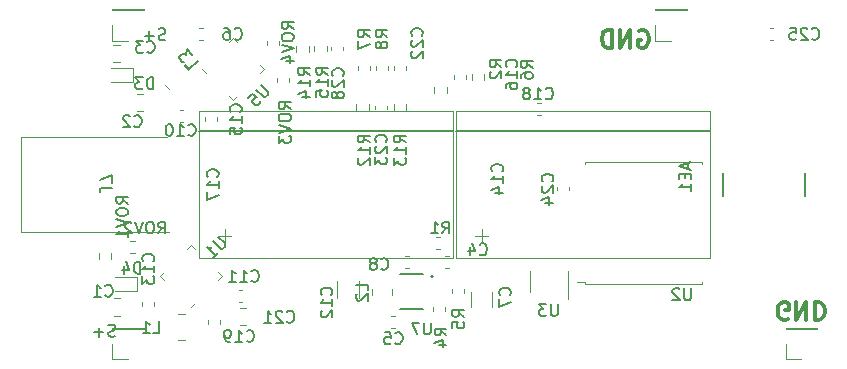
<source format=gbr>
%TF.GenerationSoftware,KiCad,Pcbnew,(5.1.12)-1*%
%TF.CreationDate,2021-11-29T20:05:01-07:00*%
%TF.ProjectId,SolarGPS,536f6c61-7247-4505-932e-6b696361645f,rev?*%
%TF.SameCoordinates,Original*%
%TF.FileFunction,Legend,Bot*%
%TF.FilePolarity,Positive*%
%FSLAX46Y46*%
G04 Gerber Fmt 4.6, Leading zero omitted, Abs format (unit mm)*
G04 Created by KiCad (PCBNEW (5.1.12)-1) date 2021-11-29 20:05:01*
%MOMM*%
%LPD*%
G01*
G04 APERTURE LIST*
%ADD10C,0.200000*%
%ADD11C,0.300000*%
%ADD12C,0.120000*%
%ADD13C,0.127000*%
%ADD14C,0.150000*%
G04 APERTURE END LIST*
D10*
X51904761Y-76354761D02*
X51761904Y-76402380D01*
X51523809Y-76402380D01*
X51428571Y-76354761D01*
X51380952Y-76307142D01*
X51333333Y-76211904D01*
X51333333Y-76116666D01*
X51380952Y-76021428D01*
X51428571Y-75973809D01*
X51523809Y-75926190D01*
X51714285Y-75878571D01*
X51809523Y-75830952D01*
X51857142Y-75783333D01*
X51904761Y-75688095D01*
X51904761Y-75592857D01*
X51857142Y-75497619D01*
X51809523Y-75450000D01*
X51714285Y-75402380D01*
X51476190Y-75402380D01*
X51333333Y-75450000D01*
X50904761Y-76021428D02*
X50142857Y-76021428D01*
X50523809Y-76402380D02*
X50523809Y-75640476D01*
X56154761Y-51254761D02*
X56011904Y-51302380D01*
X55773809Y-51302380D01*
X55678571Y-51254761D01*
X55630952Y-51207142D01*
X55583333Y-51111904D01*
X55583333Y-51016666D01*
X55630952Y-50921428D01*
X55678571Y-50873809D01*
X55773809Y-50826190D01*
X55964285Y-50778571D01*
X56059523Y-50730952D01*
X56107142Y-50683333D01*
X56154761Y-50588095D01*
X56154761Y-50492857D01*
X56107142Y-50397619D01*
X56059523Y-50350000D01*
X55964285Y-50302380D01*
X55726190Y-50302380D01*
X55583333Y-50350000D01*
X55154761Y-50921428D02*
X54392857Y-50921428D01*
X54773809Y-51302380D02*
X54773809Y-50540476D01*
D11*
X96242857Y-50500000D02*
X96385714Y-50428571D01*
X96600000Y-50428571D01*
X96814285Y-50500000D01*
X96957142Y-50642857D01*
X97028571Y-50785714D01*
X97100000Y-51071428D01*
X97100000Y-51285714D01*
X97028571Y-51571428D01*
X96957142Y-51714285D01*
X96814285Y-51857142D01*
X96600000Y-51928571D01*
X96457142Y-51928571D01*
X96242857Y-51857142D01*
X96171428Y-51785714D01*
X96171428Y-51285714D01*
X96457142Y-51285714D01*
X95528571Y-51928571D02*
X95528571Y-50428571D01*
X94671428Y-51928571D01*
X94671428Y-50428571D01*
X93957142Y-51928571D02*
X93957142Y-50428571D01*
X93600000Y-50428571D01*
X93385714Y-50500000D01*
X93242857Y-50642857D01*
X93171428Y-50785714D01*
X93100000Y-51071428D01*
X93100000Y-51285714D01*
X93171428Y-51571428D01*
X93242857Y-51714285D01*
X93385714Y-51857142D01*
X93600000Y-51928571D01*
X93957142Y-51928571D01*
X108847142Y-74900000D02*
X108704285Y-74971428D01*
X108490000Y-74971428D01*
X108275714Y-74900000D01*
X108132857Y-74757142D01*
X108061428Y-74614285D01*
X107990000Y-74328571D01*
X107990000Y-74114285D01*
X108061428Y-73828571D01*
X108132857Y-73685714D01*
X108275714Y-73542857D01*
X108490000Y-73471428D01*
X108632857Y-73471428D01*
X108847142Y-73542857D01*
X108918571Y-73614285D01*
X108918571Y-74114285D01*
X108632857Y-74114285D01*
X109561428Y-73471428D02*
X109561428Y-74971428D01*
X110418571Y-73471428D01*
X110418571Y-74971428D01*
X111132857Y-73471428D02*
X111132857Y-74971428D01*
X111490000Y-74971428D01*
X111704285Y-74900000D01*
X111847142Y-74757142D01*
X111918571Y-74614285D01*
X111990000Y-74328571D01*
X111990000Y-74114285D01*
X111918571Y-73828571D01*
X111847142Y-73685714D01*
X111704285Y-73542857D01*
X111490000Y-73471428D01*
X111132857Y-73471428D01*
D10*
%TO.C,C14*%
X102250000Y-59000000D02*
X80750000Y-59000000D01*
D12*
X102250000Y-69750000D02*
X80750000Y-69750000D01*
X102250000Y-57250000D02*
X102250000Y-69750000D01*
X80750000Y-57250000D02*
X102250000Y-57250000D01*
X80750000Y-69750000D02*
X80750000Y-57250000D01*
X83450000Y-67850000D02*
X82350000Y-67850000D01*
X82950000Y-68450000D02*
X82950000Y-67250000D01*
D13*
%TO.C,AE1*%
X110350000Y-62500000D02*
X110350000Y-64500000D01*
X103350000Y-62500000D02*
X103350000Y-64500000D01*
D12*
%TO.C,U2*%
X91690000Y-71960000D02*
X101610000Y-71960000D01*
X91690000Y-61640000D02*
X101610000Y-61640000D01*
X101610000Y-61790000D02*
X101610000Y-61640000D01*
X91690000Y-61790000D02*
X91690000Y-61640000D01*
X101610000Y-71960000D02*
X101610000Y-71810000D01*
X91690000Y-71960000D02*
X91690000Y-71810000D01*
X91000000Y-71810000D02*
X91690000Y-71810000D01*
%TO.C,C25*%
X107309420Y-51260000D02*
X107590580Y-51260000D01*
X107309420Y-50240000D02*
X107590580Y-50240000D01*
%TO.C,J7*%
X43920000Y-59500000D02*
X56250000Y-59500000D01*
X43920000Y-67500000D02*
X43920000Y-59500000D01*
X56500000Y-67500000D02*
X43920000Y-67500000D01*
%TO.C,C17*%
X61200000Y-68450000D02*
X61200000Y-67250000D01*
X61700000Y-67850000D02*
X60600000Y-67850000D01*
X59000000Y-69750000D02*
X59000000Y-57250000D01*
X59000000Y-57250000D02*
X80500000Y-57250000D01*
X80500000Y-57250000D02*
X80500000Y-69750000D01*
X80500000Y-69750000D02*
X59000000Y-69750000D01*
D10*
X80500000Y-59000000D02*
X59000000Y-59000000D01*
D12*
%TO.C,L3*%
X56130378Y-55050155D02*
X56499845Y-55419622D01*
X57700155Y-53480378D02*
X58069622Y-53849845D01*
%TO.C,L1*%
X57263748Y-76660000D02*
X57786252Y-76660000D01*
X57263748Y-74440000D02*
X57786252Y-74440000D01*
%TO.C,R6*%
X83172500Y-54162742D02*
X83172500Y-54637258D01*
X82127500Y-54162742D02*
X82127500Y-54637258D01*
%TO.C,R2*%
X79972500Y-55287742D02*
X79972500Y-55762258D01*
X78927500Y-55287742D02*
X78927500Y-55762258D01*
%TO.C,C16*%
X81610000Y-54259420D02*
X81610000Y-54540580D01*
X80590000Y-54259420D02*
X80590000Y-54540580D01*
%TO.C,C2*%
X53738748Y-55815000D02*
X54261252Y-55815000D01*
X53738748Y-57285000D02*
X54261252Y-57285000D01*
%TO.C,D4*%
X53750000Y-71350000D02*
X53750000Y-72550000D01*
X51900000Y-71350000D02*
X53750000Y-71350000D01*
X51900000Y-72550000D02*
X53750000Y-72550000D01*
%TO.C,D3*%
X53400000Y-53650000D02*
X53400000Y-54850000D01*
X51550000Y-53650000D02*
X53400000Y-53650000D01*
X51550000Y-54850000D02*
X53400000Y-54850000D01*
%TO.C,U5*%
X61514124Y-56044562D02*
X61850000Y-56380437D01*
X61850000Y-56380437D02*
X62185876Y-56044562D01*
X62185876Y-51455438D02*
X61850000Y-51119563D01*
X61850000Y-51119563D02*
X61514124Y-51455438D01*
X64144562Y-53414124D02*
X64480437Y-53750000D01*
X64480437Y-53750000D02*
X64144562Y-54085876D01*
X59555438Y-54085876D02*
X59219563Y-53750000D01*
%TO.C,ROV4*%
X65760000Y-51675279D02*
X65760000Y-51349721D01*
X64740000Y-51675279D02*
X64740000Y-51349721D01*
%TO.C,ROV3*%
X65640000Y-54474721D02*
X65640000Y-54800279D01*
X66660000Y-54474721D02*
X66660000Y-54800279D01*
%TO.C,R8*%
X75010000Y-53825279D02*
X75010000Y-53499721D01*
X73990000Y-53825279D02*
X73990000Y-53499721D01*
%TO.C,R7*%
X72440000Y-53499721D02*
X72440000Y-53825279D01*
X73460000Y-53499721D02*
X73460000Y-53825279D01*
%TO.C,C22*%
X76560000Y-53825279D02*
X76560000Y-53499721D01*
X75540000Y-53825279D02*
X75540000Y-53499721D01*
%TO.C,C21*%
X63021078Y-73990000D02*
X62503922Y-73990000D01*
X63021078Y-75410000D02*
X62503922Y-75410000D01*
%TO.C,C19*%
X60810000Y-75325279D02*
X60810000Y-74999721D01*
X59790000Y-75325279D02*
X59790000Y-74999721D01*
%TO.C,C15*%
X60560000Y-58125279D02*
X60560000Y-57799721D01*
X59540000Y-58125279D02*
X59540000Y-57799721D01*
%TO.C,C13*%
X55210000Y-73775279D02*
X55210000Y-73449721D01*
X54190000Y-73775279D02*
X54190000Y-73449721D01*
%TO.C,C6*%
X58987221Y-51260000D02*
X59312779Y-51260000D01*
X58987221Y-50240000D02*
X59312779Y-50240000D01*
%TO.C,C3*%
X52271078Y-51740000D02*
X51753922Y-51740000D01*
X52271078Y-53160000D02*
X51753922Y-53160000D01*
%TO.C,U1*%
X58635527Y-73558426D02*
X58299651Y-73894301D01*
X58299651Y-68633427D02*
X58635527Y-68969302D01*
X57963775Y-68969302D02*
X58299651Y-68633427D01*
X55669214Y-71263864D02*
X56005089Y-71599740D01*
X56005089Y-70927988D02*
X55669214Y-71263864D01*
X60930088Y-71263864D02*
X60594213Y-70927988D01*
X60594213Y-71599740D02*
X60930088Y-71263864D01*
%TO.C,L2*%
X75350000Y-72391422D02*
X75350000Y-72908578D01*
X73650000Y-72391422D02*
X73650000Y-72908578D01*
D10*
%TO.C,U7*%
X78850000Y-71300000D02*
G75*
G03*
X78850000Y-71300000I-100000J0D01*
G01*
D13*
X78000000Y-71050000D02*
X76000000Y-71050000D01*
X78000000Y-74050000D02*
X76000000Y-74050000D01*
D12*
%TO.C,R5*%
X80390000Y-72337221D02*
X80390000Y-72662779D01*
X81410000Y-72337221D02*
X81410000Y-72662779D01*
%TO.C,R4*%
X78840000Y-73899721D02*
X78840000Y-74225279D01*
X79860000Y-73899721D02*
X79860000Y-74225279D01*
%TO.C,R1*%
X79412779Y-67990000D02*
X79087221Y-67990000D01*
X79412779Y-69010000D02*
X79087221Y-69010000D01*
%TO.C,C8*%
X76762779Y-69540000D02*
X76437221Y-69540000D01*
X76762779Y-70560000D02*
X76437221Y-70560000D01*
%TO.C,C7*%
X81990000Y-72647936D02*
X81990000Y-73852064D01*
X83810000Y-72647936D02*
X83810000Y-73852064D01*
%TO.C,C5*%
X75287221Y-75660000D02*
X75612779Y-75660000D01*
X75287221Y-74640000D02*
X75612779Y-74640000D01*
%TO.C,C4*%
X80162779Y-69540000D02*
X79837221Y-69540000D01*
X80162779Y-70560000D02*
X79837221Y-70560000D01*
%TO.C,J6*%
X108670000Y-78330000D02*
X110000000Y-78330000D01*
X108670000Y-77000000D02*
X108670000Y-78330000D01*
X108670000Y-75730000D02*
X111330000Y-75730000D01*
X111330000Y-75730000D02*
X111330000Y-75670000D01*
X108670000Y-75730000D02*
X108670000Y-75670000D01*
X108670000Y-75670000D02*
X111330000Y-75670000D01*
%TO.C,J5*%
X51670000Y-78330000D02*
X53000000Y-78330000D01*
X51670000Y-77000000D02*
X51670000Y-78330000D01*
X51670000Y-75730000D02*
X54330000Y-75730000D01*
X54330000Y-75730000D02*
X54330000Y-75670000D01*
X51670000Y-75730000D02*
X51670000Y-75670000D01*
X51670000Y-75670000D02*
X54330000Y-75670000D01*
%TO.C,J3*%
X97620000Y-51330000D02*
X98950000Y-51330000D01*
X97620000Y-50000000D02*
X97620000Y-51330000D01*
X97620000Y-48730000D02*
X100280000Y-48730000D01*
X100280000Y-48730000D02*
X100280000Y-48670000D01*
X97620000Y-48730000D02*
X97620000Y-48670000D01*
X97620000Y-48670000D02*
X100280000Y-48670000D01*
%TO.C,J2*%
X51670000Y-51330000D02*
X53000000Y-51330000D01*
X51670000Y-50000000D02*
X51670000Y-51330000D01*
X51670000Y-48730000D02*
X54330000Y-48730000D01*
X54330000Y-48730000D02*
X54330000Y-48670000D01*
X51670000Y-48730000D02*
X51670000Y-48670000D01*
X51670000Y-48670000D02*
X54330000Y-48670000D01*
%TO.C,U3*%
X86990000Y-72600000D02*
X86990000Y-70800000D01*
X90210000Y-70800000D02*
X90210000Y-73250000D01*
%TO.C,ROV2*%
X53612258Y-68277500D02*
X53137742Y-68277500D01*
X53612258Y-69322500D02*
X53137742Y-69322500D01*
%TO.C,ROV1*%
X50527500Y-69312742D02*
X50527500Y-69787258D01*
X51572500Y-69312742D02*
X51572500Y-69787258D01*
%TO.C,R15*%
X69822500Y-52237258D02*
X69822500Y-51762742D01*
X68777500Y-52237258D02*
X68777500Y-51762742D01*
%TO.C,R14*%
X67227500Y-51787742D02*
X67227500Y-52262258D01*
X68272500Y-51787742D02*
X68272500Y-52262258D01*
%TO.C,R13*%
X76522500Y-57212258D02*
X76522500Y-56737742D01*
X75477500Y-57212258D02*
X75477500Y-56737742D01*
%TO.C,R12*%
X72327500Y-56737742D02*
X72327500Y-57212258D01*
X73372500Y-56737742D02*
X73372500Y-57212258D01*
%TO.C,C28*%
X71210000Y-52115580D02*
X71210000Y-51834420D01*
X70190000Y-52115580D02*
X70190000Y-51834420D01*
%TO.C,C24*%
X90360000Y-63990580D02*
X90360000Y-63709420D01*
X89340000Y-63990580D02*
X89340000Y-63709420D01*
%TO.C,C23*%
X74960000Y-57115580D02*
X74960000Y-56834420D01*
X73940000Y-57115580D02*
X73940000Y-56834420D01*
%TO.C,C18*%
X87940580Y-56640000D02*
X87659420Y-56640000D01*
X87940580Y-57660000D02*
X87659420Y-57660000D01*
%TO.C,C12*%
X72510000Y-73086252D02*
X72510000Y-71663748D01*
X70690000Y-73086252D02*
X70690000Y-71663748D01*
%TO.C,C11*%
X62665580Y-72440000D02*
X62384420Y-72440000D01*
X62665580Y-73460000D02*
X62384420Y-73460000D01*
%TO.C,C10*%
X57359420Y-58210000D02*
X57640580Y-58210000D01*
X57359420Y-57190000D02*
X57640580Y-57190000D01*
%TO.C,C1*%
X52311252Y-73165000D02*
X51788748Y-73165000D01*
X52311252Y-74635000D02*
X51788748Y-74635000D01*
%TO.C,C14*%
D14*
X84657142Y-62407142D02*
X84704761Y-62359523D01*
X84752380Y-62216666D01*
X84752380Y-62121428D01*
X84704761Y-61978571D01*
X84609523Y-61883333D01*
X84514285Y-61835714D01*
X84323809Y-61788095D01*
X84180952Y-61788095D01*
X83990476Y-61835714D01*
X83895238Y-61883333D01*
X83800000Y-61978571D01*
X83752380Y-62121428D01*
X83752380Y-62216666D01*
X83800000Y-62359523D01*
X83847619Y-62407142D01*
X84752380Y-63359523D02*
X84752380Y-62788095D01*
X84752380Y-63073809D02*
X83752380Y-63073809D01*
X83895238Y-62978571D01*
X83990476Y-62883333D01*
X84038095Y-62788095D01*
X84085714Y-64216666D02*
X84752380Y-64216666D01*
X83704761Y-63978571D02*
X84419047Y-63740476D01*
X84419047Y-64359523D01*
%TO.C,AE1*%
X100381666Y-61708333D02*
X100381666Y-62184523D01*
X100667380Y-61613095D02*
X99667380Y-61946428D01*
X100667380Y-62279761D01*
X100143571Y-62613095D02*
X100143571Y-62946428D01*
X100667380Y-63089285D02*
X100667380Y-62613095D01*
X99667380Y-62613095D01*
X99667380Y-63089285D01*
X100667380Y-64041666D02*
X100667380Y-63470238D01*
X100667380Y-63755952D02*
X99667380Y-63755952D01*
X99810238Y-63660714D01*
X99905476Y-63565476D01*
X99953095Y-63470238D01*
%TO.C,U2*%
X100661904Y-72302380D02*
X100661904Y-73111904D01*
X100614285Y-73207142D01*
X100566666Y-73254761D01*
X100471428Y-73302380D01*
X100280952Y-73302380D01*
X100185714Y-73254761D01*
X100138095Y-73207142D01*
X100090476Y-73111904D01*
X100090476Y-72302380D01*
X99661904Y-72397619D02*
X99614285Y-72350000D01*
X99519047Y-72302380D01*
X99280952Y-72302380D01*
X99185714Y-72350000D01*
X99138095Y-72397619D01*
X99090476Y-72492857D01*
X99090476Y-72588095D01*
X99138095Y-72730952D01*
X99709523Y-73302380D01*
X99090476Y-73302380D01*
%TO.C,C25*%
X110892857Y-51157142D02*
X110940476Y-51204761D01*
X111083333Y-51252380D01*
X111178571Y-51252380D01*
X111321428Y-51204761D01*
X111416666Y-51109523D01*
X111464285Y-51014285D01*
X111511904Y-50823809D01*
X111511904Y-50680952D01*
X111464285Y-50490476D01*
X111416666Y-50395238D01*
X111321428Y-50300000D01*
X111178571Y-50252380D01*
X111083333Y-50252380D01*
X110940476Y-50300000D01*
X110892857Y-50347619D01*
X110511904Y-50347619D02*
X110464285Y-50300000D01*
X110369047Y-50252380D01*
X110130952Y-50252380D01*
X110035714Y-50300000D01*
X109988095Y-50347619D01*
X109940476Y-50442857D01*
X109940476Y-50538095D01*
X109988095Y-50680952D01*
X110559523Y-51252380D01*
X109940476Y-51252380D01*
X109035714Y-50252380D02*
X109511904Y-50252380D01*
X109559523Y-50728571D01*
X109511904Y-50680952D01*
X109416666Y-50633333D01*
X109178571Y-50633333D01*
X109083333Y-50680952D01*
X109035714Y-50728571D01*
X108988095Y-50823809D01*
X108988095Y-51061904D01*
X109035714Y-51157142D01*
X109083333Y-51204761D01*
X109178571Y-51252380D01*
X109416666Y-51252380D01*
X109511904Y-51204761D01*
X109559523Y-51157142D01*
%TO.C,J7*%
X51597619Y-63783333D02*
X50883333Y-63783333D01*
X50740476Y-63830952D01*
X50645238Y-63926190D01*
X50597619Y-64069047D01*
X50597619Y-64164285D01*
X51597619Y-63402380D02*
X51597619Y-62735714D01*
X50597619Y-63164285D01*
%TO.C,C17*%
X60557142Y-62857142D02*
X60604761Y-62809523D01*
X60652380Y-62666666D01*
X60652380Y-62571428D01*
X60604761Y-62428571D01*
X60509523Y-62333333D01*
X60414285Y-62285714D01*
X60223809Y-62238095D01*
X60080952Y-62238095D01*
X59890476Y-62285714D01*
X59795238Y-62333333D01*
X59700000Y-62428571D01*
X59652380Y-62571428D01*
X59652380Y-62666666D01*
X59700000Y-62809523D01*
X59747619Y-62857142D01*
X60652380Y-63809523D02*
X60652380Y-63238095D01*
X60652380Y-63523809D02*
X59652380Y-63523809D01*
X59795238Y-63428571D01*
X59890476Y-63333333D01*
X59938095Y-63238095D01*
X59652380Y-64142857D02*
X59652380Y-64809523D01*
X60652380Y-64380952D01*
%TO.C,L3*%
X57847969Y-53387732D02*
X58184687Y-53724450D01*
X58891793Y-53017343D01*
X58386717Y-52512267D02*
X57948984Y-52074534D01*
X57915312Y-52579610D01*
X57814297Y-52478595D01*
X57713282Y-52444923D01*
X57645938Y-52444923D01*
X57544923Y-52478595D01*
X57376564Y-52646954D01*
X57342893Y-52747969D01*
X57342893Y-52815312D01*
X57376564Y-52916328D01*
X57578595Y-53118358D01*
X57679610Y-53152030D01*
X57746954Y-53152030D01*
%TO.C,L1*%
X55116666Y-76102380D02*
X55592857Y-76102380D01*
X55592857Y-75102380D01*
X54259523Y-76102380D02*
X54830952Y-76102380D01*
X54545238Y-76102380D02*
X54545238Y-75102380D01*
X54640476Y-75245238D01*
X54735714Y-75340476D01*
X54830952Y-75388095D01*
%TO.C,R6*%
X87252380Y-53633333D02*
X86776190Y-53300000D01*
X87252380Y-53061904D02*
X86252380Y-53061904D01*
X86252380Y-53442857D01*
X86300000Y-53538095D01*
X86347619Y-53585714D01*
X86442857Y-53633333D01*
X86585714Y-53633333D01*
X86680952Y-53585714D01*
X86728571Y-53538095D01*
X86776190Y-53442857D01*
X86776190Y-53061904D01*
X86252380Y-54490476D02*
X86252380Y-54300000D01*
X86300000Y-54204761D01*
X86347619Y-54157142D01*
X86490476Y-54061904D01*
X86680952Y-54014285D01*
X87061904Y-54014285D01*
X87157142Y-54061904D01*
X87204761Y-54109523D01*
X87252380Y-54204761D01*
X87252380Y-54395238D01*
X87204761Y-54490476D01*
X87157142Y-54538095D01*
X87061904Y-54585714D01*
X86823809Y-54585714D01*
X86728571Y-54538095D01*
X86680952Y-54490476D01*
X86633333Y-54395238D01*
X86633333Y-54204761D01*
X86680952Y-54109523D01*
X86728571Y-54061904D01*
X86823809Y-54014285D01*
%TO.C,R2*%
X84602380Y-53583333D02*
X84126190Y-53250000D01*
X84602380Y-53011904D02*
X83602380Y-53011904D01*
X83602380Y-53392857D01*
X83650000Y-53488095D01*
X83697619Y-53535714D01*
X83792857Y-53583333D01*
X83935714Y-53583333D01*
X84030952Y-53535714D01*
X84078571Y-53488095D01*
X84126190Y-53392857D01*
X84126190Y-53011904D01*
X83697619Y-53964285D02*
X83650000Y-54011904D01*
X83602380Y-54107142D01*
X83602380Y-54345238D01*
X83650000Y-54440476D01*
X83697619Y-54488095D01*
X83792857Y-54535714D01*
X83888095Y-54535714D01*
X84030952Y-54488095D01*
X84602380Y-53916666D01*
X84602380Y-54535714D01*
%TO.C,C16*%
X85857142Y-53557142D02*
X85904761Y-53509523D01*
X85952380Y-53366666D01*
X85952380Y-53271428D01*
X85904761Y-53128571D01*
X85809523Y-53033333D01*
X85714285Y-52985714D01*
X85523809Y-52938095D01*
X85380952Y-52938095D01*
X85190476Y-52985714D01*
X85095238Y-53033333D01*
X85000000Y-53128571D01*
X84952380Y-53271428D01*
X84952380Y-53366666D01*
X85000000Y-53509523D01*
X85047619Y-53557142D01*
X85952380Y-54509523D02*
X85952380Y-53938095D01*
X85952380Y-54223809D02*
X84952380Y-54223809D01*
X85095238Y-54128571D01*
X85190476Y-54033333D01*
X85238095Y-53938095D01*
X84952380Y-55366666D02*
X84952380Y-55176190D01*
X85000000Y-55080952D01*
X85047619Y-55033333D01*
X85190476Y-54938095D01*
X85380952Y-54890476D01*
X85761904Y-54890476D01*
X85857142Y-54938095D01*
X85904761Y-54985714D01*
X85952380Y-55080952D01*
X85952380Y-55271428D01*
X85904761Y-55366666D01*
X85857142Y-55414285D01*
X85761904Y-55461904D01*
X85523809Y-55461904D01*
X85428571Y-55414285D01*
X85380952Y-55366666D01*
X85333333Y-55271428D01*
X85333333Y-55080952D01*
X85380952Y-54985714D01*
X85428571Y-54938095D01*
X85523809Y-54890476D01*
%TO.C,C2*%
X53516666Y-58557142D02*
X53564285Y-58604761D01*
X53707142Y-58652380D01*
X53802380Y-58652380D01*
X53945238Y-58604761D01*
X54040476Y-58509523D01*
X54088095Y-58414285D01*
X54135714Y-58223809D01*
X54135714Y-58080952D01*
X54088095Y-57890476D01*
X54040476Y-57795238D01*
X53945238Y-57700000D01*
X53802380Y-57652380D01*
X53707142Y-57652380D01*
X53564285Y-57700000D01*
X53516666Y-57747619D01*
X53135714Y-57747619D02*
X53088095Y-57700000D01*
X52992857Y-57652380D01*
X52754761Y-57652380D01*
X52659523Y-57700000D01*
X52611904Y-57747619D01*
X52564285Y-57842857D01*
X52564285Y-57938095D01*
X52611904Y-58080952D01*
X53183333Y-58652380D01*
X52564285Y-58652380D01*
%TO.C,D4*%
X54038095Y-71052380D02*
X54038095Y-70052380D01*
X53800000Y-70052380D01*
X53657142Y-70100000D01*
X53561904Y-70195238D01*
X53514285Y-70290476D01*
X53466666Y-70480952D01*
X53466666Y-70623809D01*
X53514285Y-70814285D01*
X53561904Y-70909523D01*
X53657142Y-71004761D01*
X53800000Y-71052380D01*
X54038095Y-71052380D01*
X52609523Y-70385714D02*
X52609523Y-71052380D01*
X52847619Y-70004761D02*
X53085714Y-70719047D01*
X52466666Y-70719047D01*
%TO.C,D3*%
X55138095Y-55452380D02*
X55138095Y-54452380D01*
X54900000Y-54452380D01*
X54757142Y-54500000D01*
X54661904Y-54595238D01*
X54614285Y-54690476D01*
X54566666Y-54880952D01*
X54566666Y-55023809D01*
X54614285Y-55214285D01*
X54661904Y-55309523D01*
X54757142Y-55404761D01*
X54900000Y-55452380D01*
X55138095Y-55452380D01*
X54233333Y-54452380D02*
X53614285Y-54452380D01*
X53947619Y-54833333D01*
X53804761Y-54833333D01*
X53709523Y-54880952D01*
X53661904Y-54928571D01*
X53614285Y-55023809D01*
X53614285Y-55261904D01*
X53661904Y-55357142D01*
X53709523Y-55404761D01*
X53804761Y-55452380D01*
X54090476Y-55452380D01*
X54185714Y-55404761D01*
X54233333Y-55357142D01*
%TO.C,U5*%
X64251522Y-55074026D02*
X64823942Y-55646446D01*
X64857614Y-55747461D01*
X64857614Y-55814805D01*
X64823942Y-55915820D01*
X64689255Y-56050507D01*
X64588240Y-56084179D01*
X64520896Y-56084179D01*
X64419881Y-56050507D01*
X63847461Y-55478087D01*
X63174026Y-56151522D02*
X63510744Y-55814805D01*
X63881133Y-56117851D01*
X63813790Y-56117851D01*
X63712774Y-56151522D01*
X63544416Y-56319881D01*
X63510744Y-56420896D01*
X63510744Y-56488240D01*
X63544416Y-56589255D01*
X63712774Y-56757614D01*
X63813790Y-56791286D01*
X63881133Y-56791286D01*
X63982148Y-56757614D01*
X64150507Y-56589255D01*
X64184179Y-56488240D01*
X64184179Y-56420896D01*
%TO.C,ROV4*%
X67002380Y-50330952D02*
X66526190Y-49997619D01*
X67002380Y-49759523D02*
X66002380Y-49759523D01*
X66002380Y-50140476D01*
X66050000Y-50235714D01*
X66097619Y-50283333D01*
X66192857Y-50330952D01*
X66335714Y-50330952D01*
X66430952Y-50283333D01*
X66478571Y-50235714D01*
X66526190Y-50140476D01*
X66526190Y-49759523D01*
X66002380Y-50950000D02*
X66002380Y-51140476D01*
X66050000Y-51235714D01*
X66145238Y-51330952D01*
X66335714Y-51378571D01*
X66669047Y-51378571D01*
X66859523Y-51330952D01*
X66954761Y-51235714D01*
X67002380Y-51140476D01*
X67002380Y-50950000D01*
X66954761Y-50854761D01*
X66859523Y-50759523D01*
X66669047Y-50711904D01*
X66335714Y-50711904D01*
X66145238Y-50759523D01*
X66050000Y-50854761D01*
X66002380Y-50950000D01*
X66002380Y-51664285D02*
X67002380Y-51997619D01*
X66002380Y-52330952D01*
X66335714Y-53092857D02*
X67002380Y-53092857D01*
X65954761Y-52854761D02*
X66669047Y-52616666D01*
X66669047Y-53235714D01*
%TO.C,ROV3*%
X66752380Y-57130952D02*
X66276190Y-56797619D01*
X66752380Y-56559523D02*
X65752380Y-56559523D01*
X65752380Y-56940476D01*
X65800000Y-57035714D01*
X65847619Y-57083333D01*
X65942857Y-57130952D01*
X66085714Y-57130952D01*
X66180952Y-57083333D01*
X66228571Y-57035714D01*
X66276190Y-56940476D01*
X66276190Y-56559523D01*
X65752380Y-57750000D02*
X65752380Y-57940476D01*
X65800000Y-58035714D01*
X65895238Y-58130952D01*
X66085714Y-58178571D01*
X66419047Y-58178571D01*
X66609523Y-58130952D01*
X66704761Y-58035714D01*
X66752380Y-57940476D01*
X66752380Y-57750000D01*
X66704761Y-57654761D01*
X66609523Y-57559523D01*
X66419047Y-57511904D01*
X66085714Y-57511904D01*
X65895238Y-57559523D01*
X65800000Y-57654761D01*
X65752380Y-57750000D01*
X65752380Y-58464285D02*
X66752380Y-58797619D01*
X65752380Y-59130952D01*
X65752380Y-59369047D02*
X65752380Y-59988095D01*
X66133333Y-59654761D01*
X66133333Y-59797619D01*
X66180952Y-59892857D01*
X66228571Y-59940476D01*
X66323809Y-59988095D01*
X66561904Y-59988095D01*
X66657142Y-59940476D01*
X66704761Y-59892857D01*
X66752380Y-59797619D01*
X66752380Y-59511904D01*
X66704761Y-59416666D01*
X66657142Y-59369047D01*
%TO.C,R8*%
X74952380Y-51033333D02*
X74476190Y-50700000D01*
X74952380Y-50461904D02*
X73952380Y-50461904D01*
X73952380Y-50842857D01*
X74000000Y-50938095D01*
X74047619Y-50985714D01*
X74142857Y-51033333D01*
X74285714Y-51033333D01*
X74380952Y-50985714D01*
X74428571Y-50938095D01*
X74476190Y-50842857D01*
X74476190Y-50461904D01*
X74380952Y-51604761D02*
X74333333Y-51509523D01*
X74285714Y-51461904D01*
X74190476Y-51414285D01*
X74142857Y-51414285D01*
X74047619Y-51461904D01*
X74000000Y-51509523D01*
X73952380Y-51604761D01*
X73952380Y-51795238D01*
X74000000Y-51890476D01*
X74047619Y-51938095D01*
X74142857Y-51985714D01*
X74190476Y-51985714D01*
X74285714Y-51938095D01*
X74333333Y-51890476D01*
X74380952Y-51795238D01*
X74380952Y-51604761D01*
X74428571Y-51509523D01*
X74476190Y-51461904D01*
X74571428Y-51414285D01*
X74761904Y-51414285D01*
X74857142Y-51461904D01*
X74904761Y-51509523D01*
X74952380Y-51604761D01*
X74952380Y-51795238D01*
X74904761Y-51890476D01*
X74857142Y-51938095D01*
X74761904Y-51985714D01*
X74571428Y-51985714D01*
X74476190Y-51938095D01*
X74428571Y-51890476D01*
X74380952Y-51795238D01*
%TO.C,R7*%
X73452380Y-51033333D02*
X72976190Y-50700000D01*
X73452380Y-50461904D02*
X72452380Y-50461904D01*
X72452380Y-50842857D01*
X72500000Y-50938095D01*
X72547619Y-50985714D01*
X72642857Y-51033333D01*
X72785714Y-51033333D01*
X72880952Y-50985714D01*
X72928571Y-50938095D01*
X72976190Y-50842857D01*
X72976190Y-50461904D01*
X72452380Y-51366666D02*
X72452380Y-52033333D01*
X73452380Y-51604761D01*
%TO.C,C22*%
X77857142Y-50907142D02*
X77904761Y-50859523D01*
X77952380Y-50716666D01*
X77952380Y-50621428D01*
X77904761Y-50478571D01*
X77809523Y-50383333D01*
X77714285Y-50335714D01*
X77523809Y-50288095D01*
X77380952Y-50288095D01*
X77190476Y-50335714D01*
X77095238Y-50383333D01*
X77000000Y-50478571D01*
X76952380Y-50621428D01*
X76952380Y-50716666D01*
X77000000Y-50859523D01*
X77047619Y-50907142D01*
X77047619Y-51288095D02*
X77000000Y-51335714D01*
X76952380Y-51430952D01*
X76952380Y-51669047D01*
X77000000Y-51764285D01*
X77047619Y-51811904D01*
X77142857Y-51859523D01*
X77238095Y-51859523D01*
X77380952Y-51811904D01*
X77952380Y-51240476D01*
X77952380Y-51859523D01*
X77047619Y-52240476D02*
X77000000Y-52288095D01*
X76952380Y-52383333D01*
X76952380Y-52621428D01*
X77000000Y-52716666D01*
X77047619Y-52764285D01*
X77142857Y-52811904D01*
X77238095Y-52811904D01*
X77380952Y-52764285D01*
X77952380Y-52192857D01*
X77952380Y-52811904D01*
%TO.C,C21*%
X66442857Y-75107142D02*
X66490476Y-75154761D01*
X66633333Y-75202380D01*
X66728571Y-75202380D01*
X66871428Y-75154761D01*
X66966666Y-75059523D01*
X67014285Y-74964285D01*
X67061904Y-74773809D01*
X67061904Y-74630952D01*
X67014285Y-74440476D01*
X66966666Y-74345238D01*
X66871428Y-74250000D01*
X66728571Y-74202380D01*
X66633333Y-74202380D01*
X66490476Y-74250000D01*
X66442857Y-74297619D01*
X66061904Y-74297619D02*
X66014285Y-74250000D01*
X65919047Y-74202380D01*
X65680952Y-74202380D01*
X65585714Y-74250000D01*
X65538095Y-74297619D01*
X65490476Y-74392857D01*
X65490476Y-74488095D01*
X65538095Y-74630952D01*
X66109523Y-75202380D01*
X65490476Y-75202380D01*
X64538095Y-75202380D02*
X65109523Y-75202380D01*
X64823809Y-75202380D02*
X64823809Y-74202380D01*
X64919047Y-74345238D01*
X65014285Y-74440476D01*
X65109523Y-74488095D01*
%TO.C,C19*%
X63042857Y-76757142D02*
X63090476Y-76804761D01*
X63233333Y-76852380D01*
X63328571Y-76852380D01*
X63471428Y-76804761D01*
X63566666Y-76709523D01*
X63614285Y-76614285D01*
X63661904Y-76423809D01*
X63661904Y-76280952D01*
X63614285Y-76090476D01*
X63566666Y-75995238D01*
X63471428Y-75900000D01*
X63328571Y-75852380D01*
X63233333Y-75852380D01*
X63090476Y-75900000D01*
X63042857Y-75947619D01*
X62090476Y-76852380D02*
X62661904Y-76852380D01*
X62376190Y-76852380D02*
X62376190Y-75852380D01*
X62471428Y-75995238D01*
X62566666Y-76090476D01*
X62661904Y-76138095D01*
X61614285Y-76852380D02*
X61423809Y-76852380D01*
X61328571Y-76804761D01*
X61280952Y-76757142D01*
X61185714Y-76614285D01*
X61138095Y-76423809D01*
X61138095Y-76042857D01*
X61185714Y-75947619D01*
X61233333Y-75900000D01*
X61328571Y-75852380D01*
X61519047Y-75852380D01*
X61614285Y-75900000D01*
X61661904Y-75947619D01*
X61709523Y-76042857D01*
X61709523Y-76280952D01*
X61661904Y-76376190D01*
X61614285Y-76423809D01*
X61519047Y-76471428D01*
X61328571Y-76471428D01*
X61233333Y-76423809D01*
X61185714Y-76376190D01*
X61138095Y-76280952D01*
%TO.C,C15*%
X62507142Y-57357142D02*
X62554761Y-57309523D01*
X62602380Y-57166666D01*
X62602380Y-57071428D01*
X62554761Y-56928571D01*
X62459523Y-56833333D01*
X62364285Y-56785714D01*
X62173809Y-56738095D01*
X62030952Y-56738095D01*
X61840476Y-56785714D01*
X61745238Y-56833333D01*
X61650000Y-56928571D01*
X61602380Y-57071428D01*
X61602380Y-57166666D01*
X61650000Y-57309523D01*
X61697619Y-57357142D01*
X62602380Y-58309523D02*
X62602380Y-57738095D01*
X62602380Y-58023809D02*
X61602380Y-58023809D01*
X61745238Y-57928571D01*
X61840476Y-57833333D01*
X61888095Y-57738095D01*
X61602380Y-59214285D02*
X61602380Y-58738095D01*
X62078571Y-58690476D01*
X62030952Y-58738095D01*
X61983333Y-58833333D01*
X61983333Y-59071428D01*
X62030952Y-59166666D01*
X62078571Y-59214285D01*
X62173809Y-59261904D01*
X62411904Y-59261904D01*
X62507142Y-59214285D01*
X62554761Y-59166666D01*
X62602380Y-59071428D01*
X62602380Y-58833333D01*
X62554761Y-58738095D01*
X62507142Y-58690476D01*
%TO.C,C13*%
X55107142Y-70007142D02*
X55154761Y-69959523D01*
X55202380Y-69816666D01*
X55202380Y-69721428D01*
X55154761Y-69578571D01*
X55059523Y-69483333D01*
X54964285Y-69435714D01*
X54773809Y-69388095D01*
X54630952Y-69388095D01*
X54440476Y-69435714D01*
X54345238Y-69483333D01*
X54250000Y-69578571D01*
X54202380Y-69721428D01*
X54202380Y-69816666D01*
X54250000Y-69959523D01*
X54297619Y-70007142D01*
X55202380Y-70959523D02*
X55202380Y-70388095D01*
X55202380Y-70673809D02*
X54202380Y-70673809D01*
X54345238Y-70578571D01*
X54440476Y-70483333D01*
X54488095Y-70388095D01*
X54202380Y-71292857D02*
X54202380Y-71911904D01*
X54583333Y-71578571D01*
X54583333Y-71721428D01*
X54630952Y-71816666D01*
X54678571Y-71864285D01*
X54773809Y-71911904D01*
X55011904Y-71911904D01*
X55107142Y-71864285D01*
X55154761Y-71816666D01*
X55202380Y-71721428D01*
X55202380Y-71435714D01*
X55154761Y-71340476D01*
X55107142Y-71292857D01*
%TO.C,C6*%
X62016666Y-51157142D02*
X62064285Y-51204761D01*
X62207142Y-51252380D01*
X62302380Y-51252380D01*
X62445238Y-51204761D01*
X62540476Y-51109523D01*
X62588095Y-51014285D01*
X62635714Y-50823809D01*
X62635714Y-50680952D01*
X62588095Y-50490476D01*
X62540476Y-50395238D01*
X62445238Y-50300000D01*
X62302380Y-50252380D01*
X62207142Y-50252380D01*
X62064285Y-50300000D01*
X62016666Y-50347619D01*
X61159523Y-50252380D02*
X61350000Y-50252380D01*
X61445238Y-50300000D01*
X61492857Y-50347619D01*
X61588095Y-50490476D01*
X61635714Y-50680952D01*
X61635714Y-51061904D01*
X61588095Y-51157142D01*
X61540476Y-51204761D01*
X61445238Y-51252380D01*
X61254761Y-51252380D01*
X61159523Y-51204761D01*
X61111904Y-51157142D01*
X61064285Y-51061904D01*
X61064285Y-50823809D01*
X61111904Y-50728571D01*
X61159523Y-50680952D01*
X61254761Y-50633333D01*
X61445238Y-50633333D01*
X61540476Y-50680952D01*
X61588095Y-50728571D01*
X61635714Y-50823809D01*
%TO.C,C3*%
X54616666Y-52257142D02*
X54664285Y-52304761D01*
X54807142Y-52352380D01*
X54902380Y-52352380D01*
X55045238Y-52304761D01*
X55140476Y-52209523D01*
X55188095Y-52114285D01*
X55235714Y-51923809D01*
X55235714Y-51780952D01*
X55188095Y-51590476D01*
X55140476Y-51495238D01*
X55045238Y-51400000D01*
X54902380Y-51352380D01*
X54807142Y-51352380D01*
X54664285Y-51400000D01*
X54616666Y-51447619D01*
X54283333Y-51352380D02*
X53664285Y-51352380D01*
X53997619Y-51733333D01*
X53854761Y-51733333D01*
X53759523Y-51780952D01*
X53711904Y-51828571D01*
X53664285Y-51923809D01*
X53664285Y-52161904D01*
X53711904Y-52257142D01*
X53759523Y-52304761D01*
X53854761Y-52352380D01*
X54140476Y-52352380D01*
X54235714Y-52304761D01*
X54283333Y-52257142D01*
%TO.C,U1*%
X60601522Y-67924026D02*
X61173942Y-68496446D01*
X61207614Y-68597461D01*
X61207614Y-68664805D01*
X61173942Y-68765820D01*
X61039255Y-68900507D01*
X60938240Y-68934179D01*
X60870896Y-68934179D01*
X60769881Y-68900507D01*
X60197461Y-68328087D01*
X60197461Y-69742301D02*
X60601522Y-69338240D01*
X60399492Y-69540270D02*
X59692385Y-68833164D01*
X59860744Y-68866835D01*
X59995431Y-68866835D01*
X60096446Y-68833164D01*
%TO.C,L2*%
X73302380Y-72483333D02*
X73302380Y-72007142D01*
X72302380Y-72007142D01*
X72397619Y-72769047D02*
X72350000Y-72816666D01*
X72302380Y-72911904D01*
X72302380Y-73150000D01*
X72350000Y-73245238D01*
X72397619Y-73292857D01*
X72492857Y-73340476D01*
X72588095Y-73340476D01*
X72730952Y-73292857D01*
X73302380Y-72721428D01*
X73302380Y-73340476D01*
%TO.C,U7*%
X78611904Y-75202380D02*
X78611904Y-76011904D01*
X78564285Y-76107142D01*
X78516666Y-76154761D01*
X78421428Y-76202380D01*
X78230952Y-76202380D01*
X78135714Y-76154761D01*
X78088095Y-76107142D01*
X78040476Y-76011904D01*
X78040476Y-75202380D01*
X77659523Y-75202380D02*
X76992857Y-75202380D01*
X77421428Y-76202380D01*
%TO.C,R5*%
X81452380Y-74733333D02*
X80976190Y-74400000D01*
X81452380Y-74161904D02*
X80452380Y-74161904D01*
X80452380Y-74542857D01*
X80500000Y-74638095D01*
X80547619Y-74685714D01*
X80642857Y-74733333D01*
X80785714Y-74733333D01*
X80880952Y-74685714D01*
X80928571Y-74638095D01*
X80976190Y-74542857D01*
X80976190Y-74161904D01*
X80452380Y-75638095D02*
X80452380Y-75161904D01*
X80928571Y-75114285D01*
X80880952Y-75161904D01*
X80833333Y-75257142D01*
X80833333Y-75495238D01*
X80880952Y-75590476D01*
X80928571Y-75638095D01*
X81023809Y-75685714D01*
X81261904Y-75685714D01*
X81357142Y-75638095D01*
X81404761Y-75590476D01*
X81452380Y-75495238D01*
X81452380Y-75257142D01*
X81404761Y-75161904D01*
X81357142Y-75114285D01*
%TO.C,R4*%
X79952380Y-76283333D02*
X79476190Y-75950000D01*
X79952380Y-75711904D02*
X78952380Y-75711904D01*
X78952380Y-76092857D01*
X79000000Y-76188095D01*
X79047619Y-76235714D01*
X79142857Y-76283333D01*
X79285714Y-76283333D01*
X79380952Y-76235714D01*
X79428571Y-76188095D01*
X79476190Y-76092857D01*
X79476190Y-75711904D01*
X79285714Y-77140476D02*
X79952380Y-77140476D01*
X78904761Y-76902380D02*
X79619047Y-76664285D01*
X79619047Y-77283333D01*
%TO.C,R1*%
X79616666Y-67652380D02*
X79950000Y-67176190D01*
X80188095Y-67652380D02*
X80188095Y-66652380D01*
X79807142Y-66652380D01*
X79711904Y-66700000D01*
X79664285Y-66747619D01*
X79616666Y-66842857D01*
X79616666Y-66985714D01*
X79664285Y-67080952D01*
X79711904Y-67128571D01*
X79807142Y-67176190D01*
X80188095Y-67176190D01*
X78664285Y-67652380D02*
X79235714Y-67652380D01*
X78950000Y-67652380D02*
X78950000Y-66652380D01*
X79045238Y-66795238D01*
X79140476Y-66890476D01*
X79235714Y-66938095D01*
%TO.C,C8*%
X74416666Y-70657142D02*
X74464285Y-70704761D01*
X74607142Y-70752380D01*
X74702380Y-70752380D01*
X74845238Y-70704761D01*
X74940476Y-70609523D01*
X74988095Y-70514285D01*
X75035714Y-70323809D01*
X75035714Y-70180952D01*
X74988095Y-69990476D01*
X74940476Y-69895238D01*
X74845238Y-69800000D01*
X74702380Y-69752380D01*
X74607142Y-69752380D01*
X74464285Y-69800000D01*
X74416666Y-69847619D01*
X73845238Y-70180952D02*
X73940476Y-70133333D01*
X73988095Y-70085714D01*
X74035714Y-69990476D01*
X74035714Y-69942857D01*
X73988095Y-69847619D01*
X73940476Y-69800000D01*
X73845238Y-69752380D01*
X73654761Y-69752380D01*
X73559523Y-69800000D01*
X73511904Y-69847619D01*
X73464285Y-69942857D01*
X73464285Y-69990476D01*
X73511904Y-70085714D01*
X73559523Y-70133333D01*
X73654761Y-70180952D01*
X73845238Y-70180952D01*
X73940476Y-70228571D01*
X73988095Y-70276190D01*
X74035714Y-70371428D01*
X74035714Y-70561904D01*
X73988095Y-70657142D01*
X73940476Y-70704761D01*
X73845238Y-70752380D01*
X73654761Y-70752380D01*
X73559523Y-70704761D01*
X73511904Y-70657142D01*
X73464285Y-70561904D01*
X73464285Y-70371428D01*
X73511904Y-70276190D01*
X73559523Y-70228571D01*
X73654761Y-70180952D01*
%TO.C,C7*%
X85307142Y-72883333D02*
X85354761Y-72835714D01*
X85402380Y-72692857D01*
X85402380Y-72597619D01*
X85354761Y-72454761D01*
X85259523Y-72359523D01*
X85164285Y-72311904D01*
X84973809Y-72264285D01*
X84830952Y-72264285D01*
X84640476Y-72311904D01*
X84545238Y-72359523D01*
X84450000Y-72454761D01*
X84402380Y-72597619D01*
X84402380Y-72692857D01*
X84450000Y-72835714D01*
X84497619Y-72883333D01*
X84402380Y-73216666D02*
X84402380Y-73883333D01*
X85402380Y-73454761D01*
%TO.C,C5*%
X75616666Y-76937142D02*
X75664285Y-76984761D01*
X75807142Y-77032380D01*
X75902380Y-77032380D01*
X76045238Y-76984761D01*
X76140476Y-76889523D01*
X76188095Y-76794285D01*
X76235714Y-76603809D01*
X76235714Y-76460952D01*
X76188095Y-76270476D01*
X76140476Y-76175238D01*
X76045238Y-76080000D01*
X75902380Y-76032380D01*
X75807142Y-76032380D01*
X75664285Y-76080000D01*
X75616666Y-76127619D01*
X74711904Y-76032380D02*
X75188095Y-76032380D01*
X75235714Y-76508571D01*
X75188095Y-76460952D01*
X75092857Y-76413333D01*
X74854761Y-76413333D01*
X74759523Y-76460952D01*
X74711904Y-76508571D01*
X74664285Y-76603809D01*
X74664285Y-76841904D01*
X74711904Y-76937142D01*
X74759523Y-76984761D01*
X74854761Y-77032380D01*
X75092857Y-77032380D01*
X75188095Y-76984761D01*
X75235714Y-76937142D01*
%TO.C,C4*%
X82766666Y-69407142D02*
X82814285Y-69454761D01*
X82957142Y-69502380D01*
X83052380Y-69502380D01*
X83195238Y-69454761D01*
X83290476Y-69359523D01*
X83338095Y-69264285D01*
X83385714Y-69073809D01*
X83385714Y-68930952D01*
X83338095Y-68740476D01*
X83290476Y-68645238D01*
X83195238Y-68550000D01*
X83052380Y-68502380D01*
X82957142Y-68502380D01*
X82814285Y-68550000D01*
X82766666Y-68597619D01*
X81909523Y-68835714D02*
X81909523Y-69502380D01*
X82147619Y-68454761D02*
X82385714Y-69169047D01*
X81766666Y-69169047D01*
%TO.C,U3*%
X89361904Y-73652380D02*
X89361904Y-74461904D01*
X89314285Y-74557142D01*
X89266666Y-74604761D01*
X89171428Y-74652380D01*
X88980952Y-74652380D01*
X88885714Y-74604761D01*
X88838095Y-74557142D01*
X88790476Y-74461904D01*
X88790476Y-73652380D01*
X88409523Y-73652380D02*
X87790476Y-73652380D01*
X88123809Y-74033333D01*
X87980952Y-74033333D01*
X87885714Y-74080952D01*
X87838095Y-74128571D01*
X87790476Y-74223809D01*
X87790476Y-74461904D01*
X87838095Y-74557142D01*
X87885714Y-74604761D01*
X87980952Y-74652380D01*
X88266666Y-74652380D01*
X88361904Y-74604761D01*
X88409523Y-74557142D01*
%TO.C,ROV2*%
X55569047Y-67652380D02*
X55902380Y-67176190D01*
X56140476Y-67652380D02*
X56140476Y-66652380D01*
X55759523Y-66652380D01*
X55664285Y-66700000D01*
X55616666Y-66747619D01*
X55569047Y-66842857D01*
X55569047Y-66985714D01*
X55616666Y-67080952D01*
X55664285Y-67128571D01*
X55759523Y-67176190D01*
X56140476Y-67176190D01*
X54950000Y-66652380D02*
X54759523Y-66652380D01*
X54664285Y-66700000D01*
X54569047Y-66795238D01*
X54521428Y-66985714D01*
X54521428Y-67319047D01*
X54569047Y-67509523D01*
X54664285Y-67604761D01*
X54759523Y-67652380D01*
X54950000Y-67652380D01*
X55045238Y-67604761D01*
X55140476Y-67509523D01*
X55188095Y-67319047D01*
X55188095Y-66985714D01*
X55140476Y-66795238D01*
X55045238Y-66700000D01*
X54950000Y-66652380D01*
X54235714Y-66652380D02*
X53902380Y-67652380D01*
X53569047Y-66652380D01*
X53283333Y-66747619D02*
X53235714Y-66700000D01*
X53140476Y-66652380D01*
X52902380Y-66652380D01*
X52807142Y-66700000D01*
X52759523Y-66747619D01*
X52711904Y-66842857D01*
X52711904Y-66938095D01*
X52759523Y-67080952D01*
X53330952Y-67652380D01*
X52711904Y-67652380D01*
%TO.C,ROV1*%
X53002380Y-65130952D02*
X52526190Y-64797619D01*
X53002380Y-64559523D02*
X52002380Y-64559523D01*
X52002380Y-64940476D01*
X52050000Y-65035714D01*
X52097619Y-65083333D01*
X52192857Y-65130952D01*
X52335714Y-65130952D01*
X52430952Y-65083333D01*
X52478571Y-65035714D01*
X52526190Y-64940476D01*
X52526190Y-64559523D01*
X52002380Y-65750000D02*
X52002380Y-65940476D01*
X52050000Y-66035714D01*
X52145238Y-66130952D01*
X52335714Y-66178571D01*
X52669047Y-66178571D01*
X52859523Y-66130952D01*
X52954761Y-66035714D01*
X53002380Y-65940476D01*
X53002380Y-65750000D01*
X52954761Y-65654761D01*
X52859523Y-65559523D01*
X52669047Y-65511904D01*
X52335714Y-65511904D01*
X52145238Y-65559523D01*
X52050000Y-65654761D01*
X52002380Y-65750000D01*
X52002380Y-66464285D02*
X53002380Y-66797619D01*
X52002380Y-67130952D01*
X53002380Y-67988095D02*
X53002380Y-67416666D01*
X53002380Y-67702380D02*
X52002380Y-67702380D01*
X52145238Y-67607142D01*
X52240476Y-67511904D01*
X52288095Y-67416666D01*
%TO.C,R15*%
X69902380Y-54207142D02*
X69426190Y-53873809D01*
X69902380Y-53635714D02*
X68902380Y-53635714D01*
X68902380Y-54016666D01*
X68950000Y-54111904D01*
X68997619Y-54159523D01*
X69092857Y-54207142D01*
X69235714Y-54207142D01*
X69330952Y-54159523D01*
X69378571Y-54111904D01*
X69426190Y-54016666D01*
X69426190Y-53635714D01*
X69902380Y-55159523D02*
X69902380Y-54588095D01*
X69902380Y-54873809D02*
X68902380Y-54873809D01*
X69045238Y-54778571D01*
X69140476Y-54683333D01*
X69188095Y-54588095D01*
X68902380Y-56064285D02*
X68902380Y-55588095D01*
X69378571Y-55540476D01*
X69330952Y-55588095D01*
X69283333Y-55683333D01*
X69283333Y-55921428D01*
X69330952Y-56016666D01*
X69378571Y-56064285D01*
X69473809Y-56111904D01*
X69711904Y-56111904D01*
X69807142Y-56064285D01*
X69854761Y-56016666D01*
X69902380Y-55921428D01*
X69902380Y-55683333D01*
X69854761Y-55588095D01*
X69807142Y-55540476D01*
%TO.C,R14*%
X68402380Y-54257142D02*
X67926190Y-53923809D01*
X68402380Y-53685714D02*
X67402380Y-53685714D01*
X67402380Y-54066666D01*
X67450000Y-54161904D01*
X67497619Y-54209523D01*
X67592857Y-54257142D01*
X67735714Y-54257142D01*
X67830952Y-54209523D01*
X67878571Y-54161904D01*
X67926190Y-54066666D01*
X67926190Y-53685714D01*
X68402380Y-55209523D02*
X68402380Y-54638095D01*
X68402380Y-54923809D02*
X67402380Y-54923809D01*
X67545238Y-54828571D01*
X67640476Y-54733333D01*
X67688095Y-54638095D01*
X67735714Y-56066666D02*
X68402380Y-56066666D01*
X67354761Y-55828571D02*
X68069047Y-55590476D01*
X68069047Y-56209523D01*
%TO.C,R13*%
X76502380Y-59957142D02*
X76026190Y-59623809D01*
X76502380Y-59385714D02*
X75502380Y-59385714D01*
X75502380Y-59766666D01*
X75550000Y-59861904D01*
X75597619Y-59909523D01*
X75692857Y-59957142D01*
X75835714Y-59957142D01*
X75930952Y-59909523D01*
X75978571Y-59861904D01*
X76026190Y-59766666D01*
X76026190Y-59385714D01*
X76502380Y-60909523D02*
X76502380Y-60338095D01*
X76502380Y-60623809D02*
X75502380Y-60623809D01*
X75645238Y-60528571D01*
X75740476Y-60433333D01*
X75788095Y-60338095D01*
X75502380Y-61242857D02*
X75502380Y-61861904D01*
X75883333Y-61528571D01*
X75883333Y-61671428D01*
X75930952Y-61766666D01*
X75978571Y-61814285D01*
X76073809Y-61861904D01*
X76311904Y-61861904D01*
X76407142Y-61814285D01*
X76454761Y-61766666D01*
X76502380Y-61671428D01*
X76502380Y-61385714D01*
X76454761Y-61290476D01*
X76407142Y-61242857D01*
%TO.C,R12*%
X73452380Y-59957142D02*
X72976190Y-59623809D01*
X73452380Y-59385714D02*
X72452380Y-59385714D01*
X72452380Y-59766666D01*
X72500000Y-59861904D01*
X72547619Y-59909523D01*
X72642857Y-59957142D01*
X72785714Y-59957142D01*
X72880952Y-59909523D01*
X72928571Y-59861904D01*
X72976190Y-59766666D01*
X72976190Y-59385714D01*
X73452380Y-60909523D02*
X73452380Y-60338095D01*
X73452380Y-60623809D02*
X72452380Y-60623809D01*
X72595238Y-60528571D01*
X72690476Y-60433333D01*
X72738095Y-60338095D01*
X72547619Y-61290476D02*
X72500000Y-61338095D01*
X72452380Y-61433333D01*
X72452380Y-61671428D01*
X72500000Y-61766666D01*
X72547619Y-61814285D01*
X72642857Y-61861904D01*
X72738095Y-61861904D01*
X72880952Y-61814285D01*
X73452380Y-61242857D01*
X73452380Y-61861904D01*
%TO.C,C28*%
X71157142Y-54307142D02*
X71204761Y-54259523D01*
X71252380Y-54116666D01*
X71252380Y-54021428D01*
X71204761Y-53878571D01*
X71109523Y-53783333D01*
X71014285Y-53735714D01*
X70823809Y-53688095D01*
X70680952Y-53688095D01*
X70490476Y-53735714D01*
X70395238Y-53783333D01*
X70300000Y-53878571D01*
X70252380Y-54021428D01*
X70252380Y-54116666D01*
X70300000Y-54259523D01*
X70347619Y-54307142D01*
X70347619Y-54688095D02*
X70300000Y-54735714D01*
X70252380Y-54830952D01*
X70252380Y-55069047D01*
X70300000Y-55164285D01*
X70347619Y-55211904D01*
X70442857Y-55259523D01*
X70538095Y-55259523D01*
X70680952Y-55211904D01*
X71252380Y-54640476D01*
X71252380Y-55259523D01*
X70680952Y-55830952D02*
X70633333Y-55735714D01*
X70585714Y-55688095D01*
X70490476Y-55640476D01*
X70442857Y-55640476D01*
X70347619Y-55688095D01*
X70300000Y-55735714D01*
X70252380Y-55830952D01*
X70252380Y-56021428D01*
X70300000Y-56116666D01*
X70347619Y-56164285D01*
X70442857Y-56211904D01*
X70490476Y-56211904D01*
X70585714Y-56164285D01*
X70633333Y-56116666D01*
X70680952Y-56021428D01*
X70680952Y-55830952D01*
X70728571Y-55735714D01*
X70776190Y-55688095D01*
X70871428Y-55640476D01*
X71061904Y-55640476D01*
X71157142Y-55688095D01*
X71204761Y-55735714D01*
X71252380Y-55830952D01*
X71252380Y-56021428D01*
X71204761Y-56116666D01*
X71157142Y-56164285D01*
X71061904Y-56211904D01*
X70871428Y-56211904D01*
X70776190Y-56164285D01*
X70728571Y-56116666D01*
X70680952Y-56021428D01*
%TO.C,C24*%
X88907142Y-63257142D02*
X88954761Y-63209523D01*
X89002380Y-63066666D01*
X89002380Y-62971428D01*
X88954761Y-62828571D01*
X88859523Y-62733333D01*
X88764285Y-62685714D01*
X88573809Y-62638095D01*
X88430952Y-62638095D01*
X88240476Y-62685714D01*
X88145238Y-62733333D01*
X88050000Y-62828571D01*
X88002380Y-62971428D01*
X88002380Y-63066666D01*
X88050000Y-63209523D01*
X88097619Y-63257142D01*
X88097619Y-63638095D02*
X88050000Y-63685714D01*
X88002380Y-63780952D01*
X88002380Y-64019047D01*
X88050000Y-64114285D01*
X88097619Y-64161904D01*
X88192857Y-64209523D01*
X88288095Y-64209523D01*
X88430952Y-64161904D01*
X89002380Y-63590476D01*
X89002380Y-64209523D01*
X88335714Y-65066666D02*
X89002380Y-65066666D01*
X87954761Y-64828571D02*
X88669047Y-64590476D01*
X88669047Y-65209523D01*
%TO.C,C23*%
X74807142Y-59907142D02*
X74854761Y-59859523D01*
X74902380Y-59716666D01*
X74902380Y-59621428D01*
X74854761Y-59478571D01*
X74759523Y-59383333D01*
X74664285Y-59335714D01*
X74473809Y-59288095D01*
X74330952Y-59288095D01*
X74140476Y-59335714D01*
X74045238Y-59383333D01*
X73950000Y-59478571D01*
X73902380Y-59621428D01*
X73902380Y-59716666D01*
X73950000Y-59859523D01*
X73997619Y-59907142D01*
X73997619Y-60288095D02*
X73950000Y-60335714D01*
X73902380Y-60430952D01*
X73902380Y-60669047D01*
X73950000Y-60764285D01*
X73997619Y-60811904D01*
X74092857Y-60859523D01*
X74188095Y-60859523D01*
X74330952Y-60811904D01*
X74902380Y-60240476D01*
X74902380Y-60859523D01*
X73902380Y-61192857D02*
X73902380Y-61811904D01*
X74283333Y-61478571D01*
X74283333Y-61621428D01*
X74330952Y-61716666D01*
X74378571Y-61764285D01*
X74473809Y-61811904D01*
X74711904Y-61811904D01*
X74807142Y-61764285D01*
X74854761Y-61716666D01*
X74902380Y-61621428D01*
X74902380Y-61335714D01*
X74854761Y-61240476D01*
X74807142Y-61192857D01*
%TO.C,C18*%
X88342857Y-56207142D02*
X88390476Y-56254761D01*
X88533333Y-56302380D01*
X88628571Y-56302380D01*
X88771428Y-56254761D01*
X88866666Y-56159523D01*
X88914285Y-56064285D01*
X88961904Y-55873809D01*
X88961904Y-55730952D01*
X88914285Y-55540476D01*
X88866666Y-55445238D01*
X88771428Y-55350000D01*
X88628571Y-55302380D01*
X88533333Y-55302380D01*
X88390476Y-55350000D01*
X88342857Y-55397619D01*
X87390476Y-56302380D02*
X87961904Y-56302380D01*
X87676190Y-56302380D02*
X87676190Y-55302380D01*
X87771428Y-55445238D01*
X87866666Y-55540476D01*
X87961904Y-55588095D01*
X86819047Y-55730952D02*
X86914285Y-55683333D01*
X86961904Y-55635714D01*
X87009523Y-55540476D01*
X87009523Y-55492857D01*
X86961904Y-55397619D01*
X86914285Y-55350000D01*
X86819047Y-55302380D01*
X86628571Y-55302380D01*
X86533333Y-55350000D01*
X86485714Y-55397619D01*
X86438095Y-55492857D01*
X86438095Y-55540476D01*
X86485714Y-55635714D01*
X86533333Y-55683333D01*
X86628571Y-55730952D01*
X86819047Y-55730952D01*
X86914285Y-55778571D01*
X86961904Y-55826190D01*
X87009523Y-55921428D01*
X87009523Y-56111904D01*
X86961904Y-56207142D01*
X86914285Y-56254761D01*
X86819047Y-56302380D01*
X86628571Y-56302380D01*
X86533333Y-56254761D01*
X86485714Y-56207142D01*
X86438095Y-56111904D01*
X86438095Y-55921428D01*
X86485714Y-55826190D01*
X86533333Y-55778571D01*
X86628571Y-55730952D01*
%TO.C,C12*%
X70207142Y-72857142D02*
X70254761Y-72809523D01*
X70302380Y-72666666D01*
X70302380Y-72571428D01*
X70254761Y-72428571D01*
X70159523Y-72333333D01*
X70064285Y-72285714D01*
X69873809Y-72238095D01*
X69730952Y-72238095D01*
X69540476Y-72285714D01*
X69445238Y-72333333D01*
X69350000Y-72428571D01*
X69302380Y-72571428D01*
X69302380Y-72666666D01*
X69350000Y-72809523D01*
X69397619Y-72857142D01*
X70302380Y-73809523D02*
X70302380Y-73238095D01*
X70302380Y-73523809D02*
X69302380Y-73523809D01*
X69445238Y-73428571D01*
X69540476Y-73333333D01*
X69588095Y-73238095D01*
X69397619Y-74190476D02*
X69350000Y-74238095D01*
X69302380Y-74333333D01*
X69302380Y-74571428D01*
X69350000Y-74666666D01*
X69397619Y-74714285D01*
X69492857Y-74761904D01*
X69588095Y-74761904D01*
X69730952Y-74714285D01*
X70302380Y-74142857D01*
X70302380Y-74761904D01*
%TO.C,C11*%
X63442857Y-71657142D02*
X63490476Y-71704761D01*
X63633333Y-71752380D01*
X63728571Y-71752380D01*
X63871428Y-71704761D01*
X63966666Y-71609523D01*
X64014285Y-71514285D01*
X64061904Y-71323809D01*
X64061904Y-71180952D01*
X64014285Y-70990476D01*
X63966666Y-70895238D01*
X63871428Y-70800000D01*
X63728571Y-70752380D01*
X63633333Y-70752380D01*
X63490476Y-70800000D01*
X63442857Y-70847619D01*
X62490476Y-71752380D02*
X63061904Y-71752380D01*
X62776190Y-71752380D02*
X62776190Y-70752380D01*
X62871428Y-70895238D01*
X62966666Y-70990476D01*
X63061904Y-71038095D01*
X61538095Y-71752380D02*
X62109523Y-71752380D01*
X61823809Y-71752380D02*
X61823809Y-70752380D01*
X61919047Y-70895238D01*
X62014285Y-70990476D01*
X62109523Y-71038095D01*
%TO.C,C10*%
X58092857Y-59307142D02*
X58140476Y-59354761D01*
X58283333Y-59402380D01*
X58378571Y-59402380D01*
X58521428Y-59354761D01*
X58616666Y-59259523D01*
X58664285Y-59164285D01*
X58711904Y-58973809D01*
X58711904Y-58830952D01*
X58664285Y-58640476D01*
X58616666Y-58545238D01*
X58521428Y-58450000D01*
X58378571Y-58402380D01*
X58283333Y-58402380D01*
X58140476Y-58450000D01*
X58092857Y-58497619D01*
X57140476Y-59402380D02*
X57711904Y-59402380D01*
X57426190Y-59402380D02*
X57426190Y-58402380D01*
X57521428Y-58545238D01*
X57616666Y-58640476D01*
X57711904Y-58688095D01*
X56521428Y-58402380D02*
X56426190Y-58402380D01*
X56330952Y-58450000D01*
X56283333Y-58497619D01*
X56235714Y-58592857D01*
X56188095Y-58783333D01*
X56188095Y-59021428D01*
X56235714Y-59211904D01*
X56283333Y-59307142D01*
X56330952Y-59354761D01*
X56426190Y-59402380D01*
X56521428Y-59402380D01*
X56616666Y-59354761D01*
X56664285Y-59307142D01*
X56711904Y-59211904D01*
X56759523Y-59021428D01*
X56759523Y-58783333D01*
X56711904Y-58592857D01*
X56664285Y-58497619D01*
X56616666Y-58450000D01*
X56521428Y-58402380D01*
%TO.C,C1*%
X51066666Y-72907142D02*
X51114285Y-72954761D01*
X51257142Y-73002380D01*
X51352380Y-73002380D01*
X51495238Y-72954761D01*
X51590476Y-72859523D01*
X51638095Y-72764285D01*
X51685714Y-72573809D01*
X51685714Y-72430952D01*
X51638095Y-72240476D01*
X51590476Y-72145238D01*
X51495238Y-72050000D01*
X51352380Y-72002380D01*
X51257142Y-72002380D01*
X51114285Y-72050000D01*
X51066666Y-72097619D01*
X50114285Y-73002380D02*
X50685714Y-73002380D01*
X50400000Y-73002380D02*
X50400000Y-72002380D01*
X50495238Y-72145238D01*
X50590476Y-72240476D01*
X50685714Y-72288095D01*
%TD*%
M02*

</source>
